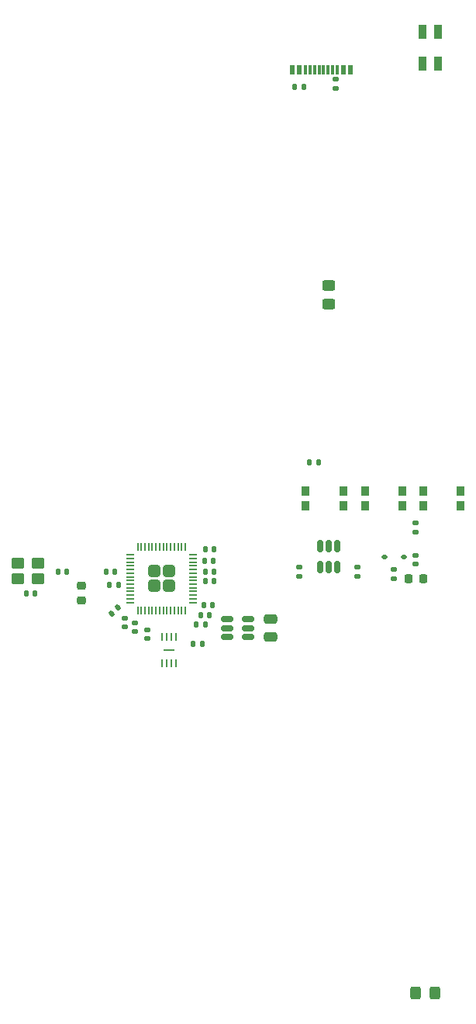
<source format=gbr>
%TF.GenerationSoftware,KiCad,Pcbnew,9.0.5*%
%TF.CreationDate,2026-02-18T01:23:14+05:30*%
%TF.ProjectId,Rheneium,5268656e-6569-4756-9d2e-6b696361645f,rev?*%
%TF.SameCoordinates,Original*%
%TF.FileFunction,Paste,Top*%
%TF.FilePolarity,Positive*%
%FSLAX46Y46*%
G04 Gerber Fmt 4.6, Leading zero omitted, Abs format (unit mm)*
G04 Created by KiCad (PCBNEW 9.0.5) date 2026-02-18 01:23:14*
%MOMM*%
%LPD*%
G01*
G04 APERTURE LIST*
G04 Aperture macros list*
%AMRoundRect*
0 Rectangle with rounded corners*
0 $1 Rounding radius*
0 $2 $3 $4 $5 $6 $7 $8 $9 X,Y pos of 4 corners*
0 Add a 4 corners polygon primitive as box body*
4,1,4,$2,$3,$4,$5,$6,$7,$8,$9,$2,$3,0*
0 Add four circle primitives for the rounded corners*
1,1,$1+$1,$2,$3*
1,1,$1+$1,$4,$5*
1,1,$1+$1,$6,$7*
1,1,$1+$1,$8,$9*
0 Add four rect primitives between the rounded corners*
20,1,$1+$1,$2,$3,$4,$5,0*
20,1,$1+$1,$4,$5,$6,$7,0*
20,1,$1+$1,$6,$7,$8,$9,0*
20,1,$1+$1,$8,$9,$2,$3,0*%
G04 Aperture macros list end*
%ADD10RoundRect,0.140000X-0.140000X-0.170000X0.140000X-0.170000X0.140000X0.170000X-0.140000X0.170000X0*%
%ADD11R,0.850000X1.600000*%
%ADD12RoundRect,0.135000X0.185000X-0.135000X0.185000X0.135000X-0.185000X0.135000X-0.185000X-0.135000X0*%
%ADD13RoundRect,0.135000X0.135000X0.185000X-0.135000X0.185000X-0.135000X-0.185000X0.135000X-0.185000X0*%
%ADD14RoundRect,0.040000X0.605000X-0.040000X0.605000X0.040000X-0.605000X0.040000X-0.605000X-0.040000X0*%
%ADD15RoundRect,0.062500X0.062500X-0.387500X0.062500X0.387500X-0.062500X0.387500X-0.062500X-0.387500X0*%
%ADD16R,0.900000X1.000000*%
%ADD17RoundRect,0.250000X-0.325000X-0.450000X0.325000X-0.450000X0.325000X0.450000X-0.325000X0.450000X0*%
%ADD18RoundRect,0.135000X-0.185000X0.135000X-0.185000X-0.135000X0.185000X-0.135000X0.185000X0.135000X0*%
%ADD19RoundRect,0.140000X-0.021213X0.219203X-0.219203X0.021213X0.021213X-0.219203X0.219203X-0.021213X0*%
%ADD20RoundRect,0.140000X0.140000X0.170000X-0.140000X0.170000X-0.140000X-0.170000X0.140000X-0.170000X0*%
%ADD21RoundRect,0.250000X-0.450000X0.325000X-0.450000X-0.325000X0.450000X-0.325000X0.450000X0.325000X0*%
%ADD22RoundRect,0.218750X0.218750X0.256250X-0.218750X0.256250X-0.218750X-0.256250X0.218750X-0.256250X0*%
%ADD23RoundRect,0.150000X-0.512500X-0.150000X0.512500X-0.150000X0.512500X0.150000X-0.512500X0.150000X0*%
%ADD24RoundRect,0.140000X-0.170000X0.140000X-0.170000X-0.140000X0.170000X-0.140000X0.170000X0.140000X0*%
%ADD25RoundRect,0.112500X0.187500X0.112500X-0.187500X0.112500X-0.187500X-0.112500X0.187500X-0.112500X0*%
%ADD26RoundRect,0.218750X0.256250X-0.218750X0.256250X0.218750X-0.256250X0.218750X-0.256250X-0.218750X0*%
%ADD27RoundRect,0.135000X-0.135000X-0.185000X0.135000X-0.185000X0.135000X0.185000X-0.135000X0.185000X0*%
%ADD28RoundRect,0.150000X-0.150000X0.512500X-0.150000X-0.512500X0.150000X-0.512500X0.150000X0.512500X0*%
%ADD29RoundRect,0.250000X0.475000X-0.250000X0.475000X0.250000X-0.475000X0.250000X-0.475000X-0.250000X0*%
%ADD30RoundRect,0.250000X-0.450000X-0.350000X0.450000X-0.350000X0.450000X0.350000X-0.450000X0.350000X0*%
%ADD31RoundRect,0.249999X0.395001X0.395001X-0.395001X0.395001X-0.395001X-0.395001X0.395001X-0.395001X0*%
%ADD32RoundRect,0.050000X0.387500X0.050000X-0.387500X0.050000X-0.387500X-0.050000X0.387500X-0.050000X0*%
%ADD33RoundRect,0.050000X0.050000X0.387500X-0.050000X0.387500X-0.050000X-0.387500X0.050000X-0.387500X0*%
%ADD34R,0.550000X1.100000*%
%ADD35R,0.300000X1.100000*%
G04 APERTURE END LIST*
D10*
%TO.C,C7*%
X318263750Y-102043750D03*
X319223750Y-102043750D03*
%TD*%
%TO.C,C10*%
X298763750Y-105568750D03*
X299723750Y-105568750D03*
%TD*%
D11*
%TO.C,D87*%
X343775000Y-44287500D03*
X342025000Y-44287500D03*
X342025000Y-47787500D03*
X343775000Y-47787500D03*
%TD*%
D12*
%TO.C,R8*%
X338931250Y-103981250D03*
X338931250Y-102961250D03*
%TD*%
D13*
%TO.C,R9*%
X308895000Y-104675000D03*
X307875000Y-104675000D03*
%TD*%
D14*
%TO.C,U2*%
X314368750Y-111756250D03*
D15*
X313618750Y-113181250D03*
X314118750Y-113181250D03*
X314618750Y-113181250D03*
X315118750Y-113181250D03*
X315118750Y-110331250D03*
X314618750Y-110331250D03*
X314118750Y-110331250D03*
X313618750Y-110331250D03*
%TD*%
D16*
%TO.C,SW86*%
X335756250Y-94443750D03*
X339856250Y-94443750D03*
X335756250Y-96043750D03*
X339856250Y-96043750D03*
%TD*%
D17*
%TO.C,D78*%
X341312500Y-149225000D03*
X343362500Y-149225000D03*
%TD*%
D18*
%TO.C,R2*%
X341312500Y-97915000D03*
X341312500Y-98935000D03*
%TD*%
D19*
%TO.C,C2*%
X308768750Y-107156250D03*
X308089928Y-107835072D03*
%TD*%
D20*
%TO.C,C15*%
X319267500Y-100806250D03*
X318307500Y-100806250D03*
%TD*%
D18*
%TO.C,R3*%
X328612500Y-102677500D03*
X328612500Y-103697500D03*
%TD*%
D21*
%TO.C,D84*%
X331787500Y-72000000D03*
X331787500Y-74050000D03*
%TD*%
D22*
%TO.C,D86*%
X342100000Y-103981250D03*
X340525000Y-103981250D03*
%TD*%
D23*
%TO.C,U4*%
X320675000Y-108431250D03*
X320675000Y-109381250D03*
X320675000Y-110331250D03*
X322950000Y-110331250D03*
X322950000Y-109381250D03*
X322950000Y-108431250D03*
%TD*%
D24*
%TO.C,C16*%
X341312500Y-101433750D03*
X341312500Y-102393750D03*
%TD*%
D25*
%TO.C,D85*%
X339981250Y-101600000D03*
X337881250Y-101600000D03*
%TD*%
D16*
%TO.C,SW87*%
X342106250Y-94443750D03*
X346206250Y-94443750D03*
X342106250Y-96043750D03*
X346206250Y-96043750D03*
%TD*%
D20*
%TO.C,C4*%
X308455000Y-103187500D03*
X307495000Y-103187500D03*
%TD*%
D18*
%TO.C,R5*%
X332581250Y-49496250D03*
X332581250Y-50516250D03*
%TD*%
D24*
%TO.C,C11*%
X310596250Y-108827500D03*
X310596250Y-109787500D03*
%TD*%
D10*
%TO.C,C1*%
X317813750Y-107950000D03*
X318773750Y-107950000D03*
%TD*%
D26*
%TO.C,D88*%
X304800000Y-106356250D03*
X304800000Y-104781250D03*
%TD*%
D27*
%TO.C,R10*%
X329690000Y-91281250D03*
X330710000Y-91281250D03*
%TD*%
D28*
%TO.C,U3*%
X332737500Y-100462500D03*
X331787500Y-100462500D03*
X330837500Y-100462500D03*
X330837500Y-102737500D03*
X331787500Y-102737500D03*
X332737500Y-102737500D03*
%TD*%
D13*
%TO.C,R6*%
X329122500Y-50290000D03*
X328102500Y-50290000D03*
%TD*%
D29*
%TO.C,C12*%
X325437500Y-110331250D03*
X325437500Y-108431250D03*
%TD*%
D16*
%TO.C,SW85*%
X329275000Y-94443750D03*
X333375000Y-94443750D03*
X329275000Y-96043750D03*
X333375000Y-96043750D03*
%TD*%
D24*
%TO.C,C13*%
X309562500Y-108263750D03*
X309562500Y-109223750D03*
%TD*%
D10*
%TO.C,C9*%
X302252500Y-103187500D03*
X303212500Y-103187500D03*
%TD*%
D24*
%TO.C,C14*%
X311943750Y-109537500D03*
X311943750Y-110497500D03*
%TD*%
D10*
%TO.C,C5*%
X317333750Y-108993750D03*
X318293750Y-108993750D03*
%TD*%
D13*
%TO.C,R1*%
X318010000Y-111125000D03*
X316990000Y-111125000D03*
%TD*%
D10*
%TO.C,C8*%
X318313750Y-104281250D03*
X319273750Y-104281250D03*
%TD*%
D30*
%TO.C,X1*%
X297837500Y-103981250D03*
X300037500Y-103981250D03*
X300037500Y-102281250D03*
X297837500Y-102281250D03*
%TD*%
D31*
%TO.C,U1*%
X314331250Y-104781250D03*
X314331250Y-103181250D03*
X312731250Y-104781250D03*
X312731250Y-103181250D03*
D32*
X316968750Y-106581250D03*
X316968750Y-106181250D03*
X316968750Y-105781250D03*
X316968750Y-105381250D03*
X316968750Y-104981250D03*
X316968750Y-104581250D03*
X316968750Y-104181250D03*
X316968750Y-103781250D03*
X316968750Y-103381250D03*
X316968750Y-102981250D03*
X316968750Y-102581250D03*
X316968750Y-102181250D03*
X316968750Y-101781250D03*
X316968750Y-101381250D03*
D33*
X316131250Y-100543750D03*
X315731250Y-100543750D03*
X315331250Y-100543750D03*
X314931250Y-100543750D03*
X314531250Y-100543750D03*
X314131250Y-100543750D03*
X313731250Y-100543750D03*
X313331250Y-100543750D03*
X312931250Y-100543750D03*
X312531250Y-100543750D03*
X312131250Y-100543750D03*
X311731250Y-100543750D03*
X311331250Y-100543750D03*
X310931250Y-100543750D03*
D32*
X310093750Y-101381250D03*
X310093750Y-101781250D03*
X310093750Y-102181250D03*
X310093750Y-102581250D03*
X310093750Y-102981250D03*
X310093750Y-103381250D03*
X310093750Y-103781250D03*
X310093750Y-104181250D03*
X310093750Y-104581250D03*
X310093750Y-104981250D03*
X310093750Y-105381250D03*
X310093750Y-105781250D03*
X310093750Y-106181250D03*
X310093750Y-106581250D03*
D33*
X310931250Y-107418750D03*
X311331250Y-107418750D03*
X311731250Y-107418750D03*
X312131250Y-107418750D03*
X312531250Y-107418750D03*
X312931250Y-107418750D03*
X313331250Y-107418750D03*
X313731250Y-107418750D03*
X314131250Y-107418750D03*
X314531250Y-107418750D03*
X314931250Y-107418750D03*
X315331250Y-107418750D03*
X315731250Y-107418750D03*
X316131250Y-107418750D03*
%TD*%
D10*
%TO.C,C6*%
X318293750Y-103187500D03*
X319253750Y-103187500D03*
%TD*%
D18*
%TO.C,R4*%
X334962500Y-102677500D03*
X334962500Y-103697500D03*
%TD*%
D10*
%TO.C,C3*%
X318127500Y-106862500D03*
X319087500Y-106862500D03*
%TD*%
D34*
%TO.C,USB1*%
X334193750Y-48417500D03*
X333393750Y-48417500D03*
D35*
X332743750Y-48417500D03*
X332243750Y-48417500D03*
X331743750Y-48417500D03*
X331243750Y-48417500D03*
X330743750Y-48417500D03*
X330243750Y-48417500D03*
X329743750Y-48417500D03*
X329243750Y-48417500D03*
D34*
X328593750Y-48417500D03*
X327793750Y-48417500D03*
%TD*%
M02*

</source>
